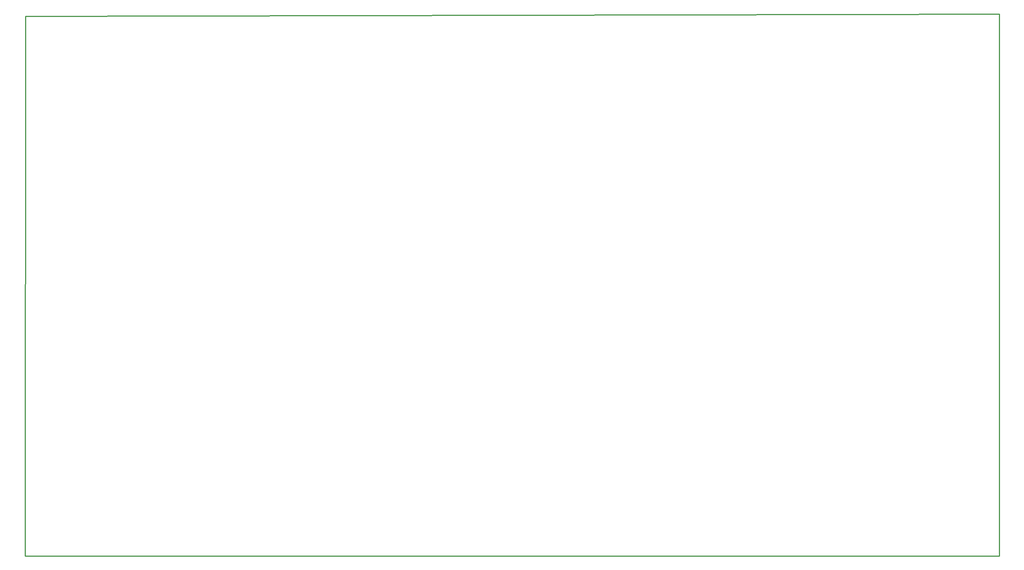
<source format=gko>
G04 Layer: BoardOutline*
G04 EasyEDA v6.1.52, Wed, 14 Aug 2019 16:00:45 GMT*
G04 61fb33ea13684dee95186c9376e4e459,bc0df6a87cf9400f99ff9c89e133bbb9,10*
G04 Gerber Generator version 0.2*
G04 Scale: 100 percent, Rotated: No, Reflected: No *
G04 Dimensions in millimeters *
G04 leading zeros omitted , absolute positions ,3 integer and 3 decimal *
%FSLAX33Y33*%
%MOMM*%
G90*
G71D02*

%ADD10C,0.254000*%
G54D10*
G01X127Y123952D02*
G01X223520Y124460D01*
G01X223520Y0D01*
G01X0Y0D01*
G01X127Y123952D01*

%LPD*%
M00*
M02*

</source>
